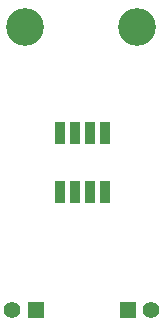
<source format=gbr>
G04 DipTrace 3.2.0.1*
G04 TopMask.gbr*
%MOIN*%
G04 #@! TF.FileFunction,Soldermask,Top*
G04 #@! TF.Part,Single*
%ADD36C,0.125984*%
%ADD38R,0.033465X0.076772*%
%ADD44C,0.055118*%
%ADD46R,0.055118X0.055118*%
%FSLAX26Y26*%
G04*
G70*
G90*
G75*
G01*
G04 TopMask*
%LPD*%
D46*
X1137529Y512463D3*
D44*
X1216269D3*
D46*
X831247D3*
D44*
X752507D3*
D38*
X912505Y906255D3*
X962505D3*
X1012505D3*
X1062505D3*
Y1101136D3*
X1012505D3*
X962505D3*
X910930D3*
D36*
X793743Y1456312D3*
X1167759Y1455525D3*
M02*

</source>
